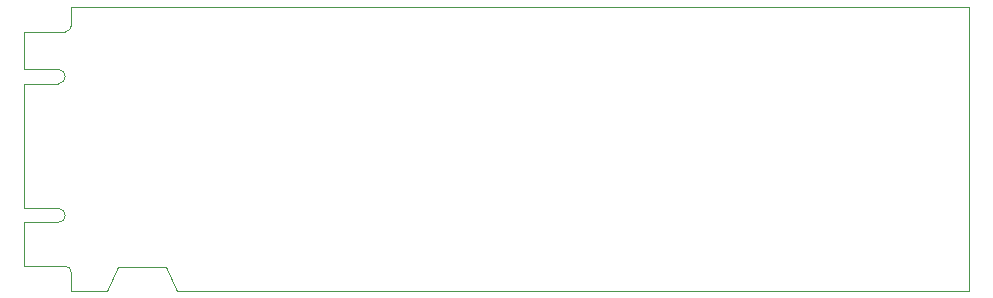
<source format=gbr>
G04 #@! TF.GenerationSoftware,KiCad,Pcbnew,(5.1.0-0)*
G04 #@! TF.CreationDate,2020-08-21T20:36:16-04:00*
G04 #@! TF.ProjectId,Rick Flash,5269636b-2046-46c6-9173-682e6b696361,1.1*
G04 #@! TF.SameCoordinates,Original*
G04 #@! TF.FileFunction,Profile,NP*
%FSLAX46Y46*%
G04 Gerber Fmt 4.6, Leading zero omitted, Abs format (unit mm)*
G04 Created by KiCad (PCBNEW (5.1.0-0)) date 2020-08-21 20:36:16*
%MOMM*%
%LPD*%
G04 APERTURE LIST*
%ADD10C,0.050000*%
G04 APERTURE END LIST*
D10*
X122000000Y-109000000D02*
X119000000Y-109000000D01*
X123000000Y-107000000D02*
X122000000Y-109000000D01*
X127000000Y-107000000D02*
X123000000Y-107000000D01*
X128000000Y-109000000D02*
X127000000Y-107000000D01*
X195000000Y-95500000D02*
X195000000Y-85000000D01*
X195000000Y-85000000D02*
X119000000Y-85000000D01*
X119000000Y-85000000D02*
X119000000Y-86000000D01*
X128000000Y-109000000D02*
X195000000Y-109000000D01*
X195000000Y-109000000D02*
X195000000Y-95500000D01*
X119000000Y-108000000D02*
X119000000Y-109000000D01*
X119000000Y-107425000D02*
X119000000Y-108000000D01*
X119000000Y-107425000D02*
G75*
G03X118500000Y-106925000I-500000J0D01*
G01*
X115000000Y-106925000D02*
X118500000Y-106925000D01*
X115000000Y-103225000D02*
X115000000Y-106925000D01*
X117900000Y-103225000D02*
X115000000Y-103225000D01*
X117900000Y-103225000D02*
G75*
G03X117900000Y-102025000I0J600000D01*
G01*
X115000000Y-102025000D02*
X117900000Y-102025000D01*
X115000000Y-97000000D02*
X115000000Y-102025000D01*
X115000000Y-91475000D02*
X115000000Y-97000000D01*
X117900000Y-91475000D02*
X115000000Y-91475000D01*
X117900000Y-91475000D02*
G75*
G03X117900000Y-90275000I0J600000D01*
G01*
X115000000Y-90275000D02*
X117900000Y-90275000D01*
X115000000Y-87075000D02*
X115000000Y-90275000D01*
X118500000Y-87075000D02*
X115000000Y-87075000D01*
X118500000Y-87075000D02*
G75*
G03X119000000Y-86575000I0J500000D01*
G01*
X119000000Y-86000000D02*
X119000000Y-86575000D01*
M02*

</source>
